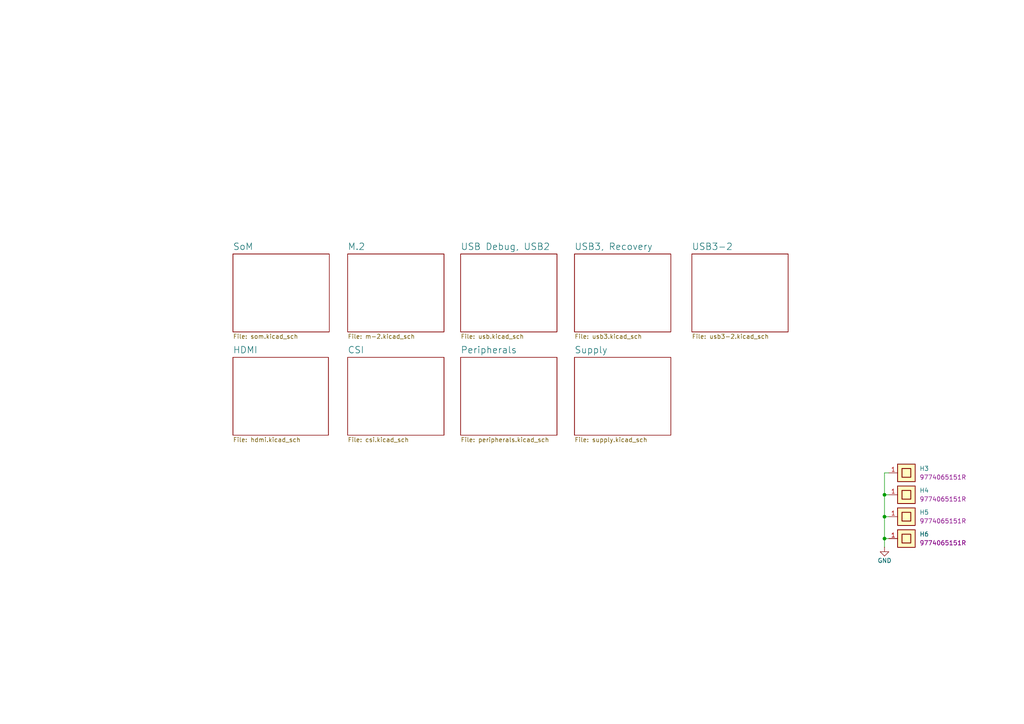
<source format=kicad_sch>
(kicad_sch (version 20231120) (generator "eeschema") (generator_version "8.0")
  (paper "A4")
  (title_block (title "Jetson Carrier Board") (date "2024-07-05") (rev "v1") (company "Argus-1 Cubesat") (comment 1 "www.antmicro.com") (comment 2 "N. Khera"))
  (lib_symbols
    (symbol "antmicroMechanicalParts:Spacer_Drill3.7mm_H6.5mm_9774065151R"
      (property "Reference" "H" (at 15.24 -5.08 0))
      (property "MPN" "9774065151R" (at 15.24 -7.62 0))
      (symbol "Spacer_Drill3.7mm_H6.5mm_9774065151R_1_1"
        (rectangle (start 2.54 -2.54) (end 7.62 2.54) (stroke (width 0.254)) (fill (type background)))
        (rectangle (start 3.81 -1.27) (end 6.35 1.27) (stroke (width 0.254)) (fill (type background)))
        (pin passive line (at 0 0 0) (length 2.54) (name "~") (number "1"))
      )
    )
    (symbol "power:GND" (power) (pin_numbers hide) (pin_names (offset 0) hide)
      (property "Value" "GND" (at 0 -3.81 0))
      (symbol "GND_0_1"
        (polyline (pts (xy 0 0) (xy 0 -1.27) (xy 1.27 -1.27) (xy 0 -2.54) (xy -1.27 -1.27) (xy 0 -1.27)))
      )
      (symbol "GND_1_1"
        (pin power_in line (at 0 0 270) (length 0) (name "~") (number "1"))
      )
    )
  )
  (junction (at 256.54 149.86))
  (junction (at 256.54 143.51))
  (junction (at 256.54 156.21))
  (wire (pts (xy 256.54 149.86) (xy 256.54 156.21)))
  (wire (pts (xy 256.54 156.21) (xy 257.81 156.21)))
  (wire (pts (xy 257.81 137.16) (xy 256.54 137.16)))
  (wire (pts (xy 256.54 149.86) (xy 257.81 149.86)))
  (wire (pts (xy 256.54 156.21) (xy 256.54 158.75)))
  (wire (pts (xy 256.54 143.51) (xy 257.81 143.51)))
  (wire (pts (xy 256.54 137.16) (xy 256.54 143.51)))
  (wire (pts (xy 256.54 143.51) (xy 256.54 149.86)))
  (symbol (lib_id "power:GND") (at 256.54 158.75 0) (unit 1)
    (property "Reference" "#PWR01" (effects (hide yes)))
    (property "Value" "GND" (at 254.508 163.322 0) (effects (justify left bottom)))
    (property "Description" "Power symbol creates a global label with name \"GND\" , ground" (effects (hide yes)))
    (property "Author" "Antmicro" (effects (hide yes)))
    (property "License" "Apache-2.0" (effects (hide yes)))
  )
  (symbol (lib_id "antmicroMechanicalParts:Spacer_Drill3.7mm_H6.5mm_9774065151R") (at 257.81 137.16 0) (unit 1)
    (property "Reference" "H3" (at 266.7 135.89 0) (effects (justify left)))
    (property "Value" "MountingHole_Pad" (effects (hide yes)))
    (property "Footprint" "mainboard:MountingHole2" (effects (hide yes)))
    (property "MPN" "9774065151R" (at 266.7 138.43 0) (effects (justify left)))
    (property "Public" "False" (effects (hide yes)))
    (property "DNI" "DNI" (effects (hide yes)))
  )
  (symbol (lib_id "antmicroMechanicalParts:Spacer_Drill3.7mm_H6.5mm_9774065151R") (at 257.81 149.86 0) (unit 1)
    (property "Reference" "H5" (at 266.7 148.59 0) (effects (justify left)))
    (property "Value" "MountingHole_Pad" (effects (hide yes)))
    (property "Footprint" "mainboard:MountingHole2" (effects (hide yes)))
    (property "MPN" "9774065151R" (at 266.7 151.13 0) (effects (justify left)))
    (property "Public" "False" (effects (hide yes)))
    (property "DNI" "DNI" (effects (hide yes)))
  )
  (symbol (lib_id "antmicroMechanicalParts:Spacer_Drill3.7mm_H6.5mm_9774065151R") (at 257.81 143.51 0) (unit 1)
    (property "Reference" "H4" (at 266.7 142.24 0) (effects (justify left)))
    (property "Value" "MountingHole_Pad" (effects (hide yes)))
    (property "Footprint" "mainboard:MountingHole2" (effects (hide yes)))
    (property "MPN" "9774065151R" (at 266.7 144.78 0) (effects (justify left)))
    (property "Public" "False" (effects (hide yes)))
    (property "DNI" "DNI" (effects (hide yes)))
  )
  (symbol (lib_id "antmicroMechanicalParts:Spacer_Drill3.7mm_H6.5mm_9774065151R") (at 257.81 156.21 0) (unit 1)
    (property "Reference" "H6" (at 266.7 154.94 0) (effects (justify left)))
    (property "Value" "MountingHole_Pad" (effects (hide yes)))
    (property "Footprint" "mainboard:MountingHole2" (effects (hide yes)))
    (property "MPN" "9774065151R" (at 266.7 157.48 0) (effects (justify left)))
    (property "Public" "False" (effects (hide yes)))
    (property "DNI" "DNI" (effects (hide yes)))
  )
  (sheet (at 67.564 103.632) (size 27.686 22.606) (stroke (width 0.1524))
    (property "Sheetname" "HDMI" (at 67.564 102.6029 0) (effects (font (size 1.905 1.905)) (justify left bottom)))
    (property "Sheetfile" "hdmi.kicad_sch" (at 67.564 126.8226 0) (effects (justify left top)))
  )
  (sheet (at 166.624 73.66) (size 27.94 22.606) (stroke (width 0.1524))
    (property "Sheetname" "USB3, Recovery" (at 166.624 72.6309 0) (effects (font (size 1.905 1.905)) (justify left bottom)))
    (property "Sheetfile" "usb3.kicad_sch" (at 166.624 96.8506 0) (effects (justify left top)))
  )
  (sheet (at 166.624 103.632) (size 27.94 22.606) (stroke (width 0.1524))
    (property "Sheetname" "Supply" (at 166.624 102.6029 0) (effects (font (size 1.905 1.905)) (justify left bottom)))
    (property "Sheetfile" "supply.kicad_sch" (at 166.624 126.8226 0) (effects (justify left top)))
  )
  (sheet (at 67.564 73.66) (size 27.94 22.606) (stroke (width 0.1524))
    (property "Sheetname" "SoM" (at 67.564 72.6309 0) (effects (font (size 1.905 1.905)) (justify left bottom)))
    (property "Sheetfile" "som.kicad_sch" (at 67.564 96.8506 0) (effects (justify left top)))
  )
  (sheet (at 100.838 103.632) (size 27.94 22.606) (stroke (width 0.1524))
    (property "Sheetname" "CSI" (at 100.838 102.6029 0) (effects (font (size 1.905 1.905)) (justify left bottom)))
    (property "Sheetfile" "csi.kicad_sch" (at 100.838 126.8226 0) (effects (justify left top)))
  )
  (sheet (at 200.66 73.66) (size 27.94 22.606) (stroke (width 0.1524))
    (property "Sheetname" "USB3-2" (at 200.66 72.6309 0) (effects (font (size 1.905 1.905)) (justify left bottom)))
    (property "Sheetfile" "usb3-2.kicad_sch" (at 200.66 96.8506 0) (effects (justify left top)))
  )
  (sheet (at 100.838 73.66) (size 27.94 22.606) (stroke (width 0.1524))
    (property "Sheetname" "M.2" (at 100.838 72.6309 0) (effects (font (size 1.905 1.905)) (justify left bottom)))
    (property "Sheetfile" "m-2.kicad_sch" (at 100.838 96.8506 0) (effects (justify left top)))
  )
  (sheet (at 133.604 103.632) (size 27.94 22.606) (stroke (width 0.1524))
    (property "Sheetname" "Peripherals" (at 133.604 102.6029 0) (effects (font (size 1.905 1.905)) (justify left bottom)))
    (property "Sheetfile" "peripherals.kicad_sch" (at 133.604 126.8226 0) (effects (justify left top)))
  )
  (sheet (at 133.604 73.66) (size 27.94 22.606) (stroke (width 0.1524))
    (property "Sheetname" "USB Debug, USB2" (at 133.604 72.6309 0) (effects (font (size 1.905 1.905)) (justify left bottom)))
    (property "Sheetfile" "usb.kicad_sch" (at 133.604 96.8506 0) (effects (justify left top)))
  )
)
</source>
